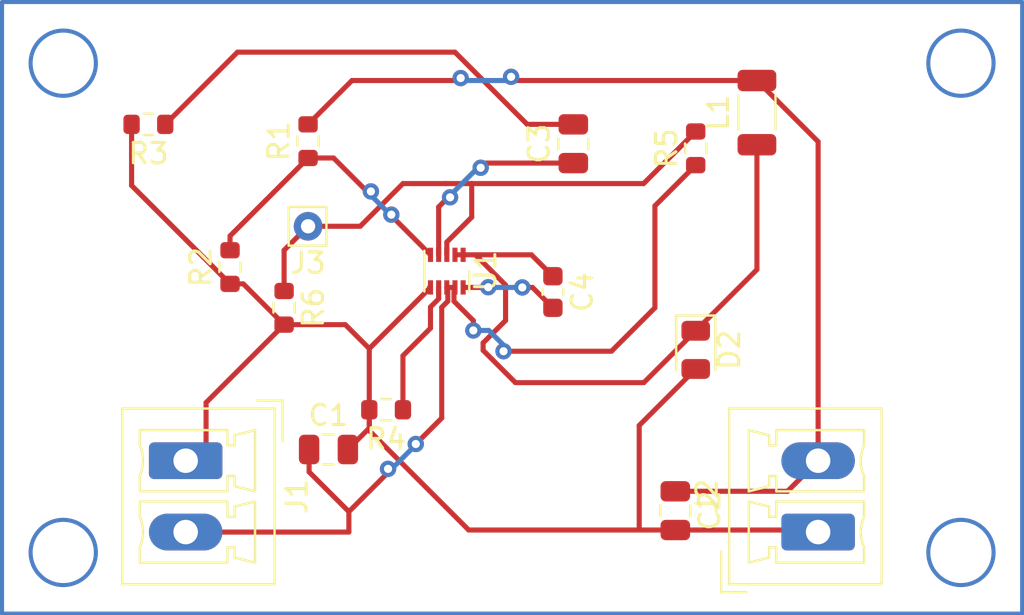
<source format=kicad_pcb>
(kicad_pcb (version 20221018) (generator pcbnew)
  (layers (0 "F.Cu" signal) (31 "B.Cu" signal) (34 "B.Paste" user) (35 "F.Paste" user) (36 "B.SilkS" user "B.Silkscreen") (37 "F.SilkS" user "F.Silkscreen") (38 "B.Mask" user) (39 "F.Mask" user) (44 "Edge.Cuts" user))
  (net 0 "")
  (net 1 "Net-(D2-K)")
  (net 2 "Net-(U1-COMP)")
  (net 3 "Net-(U1-FB)")
  (net 4 "GND")
  (net 5 "Net-(U1-FREQ)")
  (net 6 "Net-(U1-BST)")
  (net 7 "Net-(C3-Pad2)")
  (net 8 "Net-(J3-Pin_1)")
  (net 9 "Net-(J1-Pin_2)")
  (net 10 "Net-(J2-Pin_2)")
  (footprint "Capacitor_SMD:C_0805_2012Metric" (layer "F.Cu") (at 70 38.95 90)
    (fp_text reference "C3" (at 0 -1.68 90) (layer "F.SilkS"))
    (fp_text value "150uf")
    (fp_line (start -0.261252 -0.735) (end 0.261252 -0.735) (stroke (width 0.12)) (layer "F.SilkS"))
    (fp_line (start -0.261252 0.735) (end 0.261252 0.735) (stroke (width 0.12)) (layer "F.SilkS"))
    (pad "1" smd roundrect (at -0.95 0 90) (size 1 1.45) (layers "F.Cu" "F.Paste" "F.Mask") (net 2 "Net-(U1-COMP)"))
    (pad "2" smd roundrect (at 0.95 0 90) (size 1 1.45) (layers "F.Cu" "F.Paste" "F.Mask") (net 7 "Net-(C3-Pad2)"))
  )
  (footprint "Connector_Pin:Pin_D0.7mm_L6.5mm_W1.8mm_FlatFork" (layer "F.Cu") (at 57 43)
    (fp_text reference "J3" (at 0 1.8) (layer "F.SilkS"))
    (fp_text value "Conn_01x01_Pin")
    (fp_line (start -0.95 -0.95) (end -0.95 0.95) (stroke (width 0.12)) (layer "F.SilkS"))
    (fp_line (start -0.95 0.95) (end 0.9 0.95) (stroke (width 0.12)) (layer "F.SilkS"))
    (fp_line (start 0.9 -0.95) (end -0.95 -0.95) (stroke (width 0.12)) (layer "F.SilkS"))
    (fp_line (start 0.9 -0.9) (end 0.9 -0.95) (stroke (width 0.12)) (layer "F.SilkS"))
    (fp_line (start 0.9 0.95) (end 0.9 -0.9) (stroke (width 0.12)) (layer "F.SilkS"))
    (pad "1" thru_hole circle (at 0 0) (size 1.4 1.4) (drill 0.7) (layers "*.Cu" "*.Mask") (net 8 "Net-(J3-Pin_1)"))
  )
  (footprint "Capacitor_SMD:C_0805_2012Metric" (layer "F.Cu") (at 58 53.95)
    (fp_text reference "C1" (at 0 -1.68) (layer "F.SilkS"))
    (fp_text value "10uf")
    (fp_line (start -0.261252 -0.735) (end 0.261252 -0.735) (stroke (width 0.12)) (layer "F.SilkS"))
    (fp_line (start -0.261252 0.735) (end 0.261252 0.735) (stroke (width 0.12)) (layer "F.SilkS"))
    (pad "1" smd roundrect (at -0.95 0) (size 1 1.45) (layers "F.Cu" "F.Paste" "F.Mask") (net 9 "Net-(J1-Pin_2)"))
    (pad "2" smd roundrect (at 0.95 0) (size 1 1.45) (layers "F.Cu" "F.Paste" "F.Mask") (net 4 "GND"))
  )
  (footprint "Capacitor_SMD:C_0805_2012Metric" (layer "F.Cu") (at 75 56.95 -90)
    (fp_text reference "C2" (at 0 -1.68 90) (layer "F.SilkS"))
    (fp_text value "22uf")
    (fp_line (start -0.261252 -0.735) (end 0.261252 -0.735) (stroke (width 0.12)) (layer "F.SilkS"))
    (fp_line (start -0.261252 0.735) (end 0.261252 0.735) (stroke (width 0.12)) (layer "F.SilkS"))
    (pad "1" smd roundrect (at -0.95 0 270) (size 1 1.45) (layers "F.Cu" "F.Paste" "F.Mask") (net 10 "Net-(J2-Pin_2)"))
    (pad "2" smd roundrect (at 0.95 0 270) (size 1 1.45) (layers "F.Cu" "F.Paste" "F.Mask") (net 4 "GND"))
  )
  (footprint "Resistor_SMD:R_0603_1608Metric" (layer "F.Cu") (at 55.825 47 -90)
    (fp_text reference "R6" (at 0 -1.43 90) (layer "F.SilkS"))
    (fp_text value "36,5k ohm")
    (fp_line (start -0.237258 -0.5225) (end 0.237258 -0.5225) (stroke (width 0.12)) (layer "F.SilkS"))
    (fp_line (start -0.237258 0.5225) (end 0.237258 0.5225) (stroke (width 0.12)) (layer "F.SilkS"))
    (pad "1" smd roundrect (at -0.825 0 270) (size 0.8 0.95) (layers "F.Cu" "F.Paste" "F.Mask") (net 8 "Net-(J3-Pin_1)"))
    (pad "2" smd roundrect (at 0.825 0 270) (size 0.8 0.95) (layers "F.Cu" "F.Paste" "F.Mask") (net 4 "GND"))
  )
  (footprint "Connector_Phoenix_MC:PhoenixContact_MCV_1,5_2-G-3.5_1x02_P3.50mm_Vertical" (layer "F.Cu") (at 51 54.5 -90)
    (fp_text reference "J1" (at 1.75 -5.45 90) (layer "F.SilkS"))
    (fp_text value "Conn_01x02")
    (fp_line (start -2.95 -4.75) (end -0.95 -4.75) (stroke (width 0.12)) (layer "F.SilkS"))
    (fp_line (start -2.95 -3.5) (end -2.95 -4.75) (stroke (width 0.12)) (layer "F.SilkS"))
    (fp_line (start -2.56 -4.36) (end -2.56 3.11) (stroke (width 0.12)) (layer "F.SilkS"))
    (fp_line (start -2.56 3.11) (end 6.06 3.11) (stroke (width 0.12)) (layer "F.SilkS"))
    (fp_line (start -1.5 -3.4) (end 1.5 -3.4) (stroke (width 0.12)) (layer "F.SilkS"))
    (fp_line (start -1.5 -2.05) (end -0.75 -2.05) (stroke (width 0.12)) (layer "F.SilkS"))
    (fp_line (start -1.5 2.25) (end -1.5 -2.05) (stroke (width 0.12)) (layer "F.SilkS"))
    (fp_line (start -1.25 -2.4) (end -1.5 -3.4) (stroke (width 0.12)) (layer "F.SilkS"))
    (fp_line (start -0.75 -2.4) (end -1.25 -2.4) (stroke (width 0.12)) (layer "F.SilkS"))
    (fp_line (start -0.75 -2.05) (end -0.75 -2.4) (stroke (width 0.12)) (layer "F.SilkS"))
    (fp_line (start -0.75 2.25) (end -1.5 2.25) (stroke (width 0.12)) (layer "F.SilkS"))
    (fp_line (start 0.75 -2.4) (end 0.75 -2.05) (stroke (width 0.12)) (layer "F.SilkS"))
    (fp_line (start 0.75 -2.05) (end 1.5 -2.05) (stroke (width 0.12)) (layer "F.SilkS"))
    (fp_line (start 1.25 -2.4) (end 0.75 -2.4) (stroke (width 0.12)) (layer "F.SilkS"))
    (fp_line (start 1.5 -3.4) (end 1.25 -2.4) (stroke (width 0.12)) (layer "F.SilkS"))
    (fp_line (start 1.5 -2.05) (end 1.5 2.25) (stroke (width 0.12)) (layer "F.SilkS"))
    (fp_line (start 1.5 2.25) (end 0.75 2.25) (stroke (width 0.12)) (layer "F.SilkS"))
    (fp_line (start 2 -3.4) (end 5 -3.4) (stroke (width 0.12)) (layer "F.SilkS"))
    (fp_line (start 2 -2.05) (end 2.75 -2.05) (stroke (width 0.12)) (layer "F.SilkS"))
    (fp_line (start 2 2.25) (end 2 -2.05) (stroke (width 0.12)) (layer "F.SilkS"))
    (fp_line (start 2.25 -2.4) (end 2 -3.4) (stroke (width 0.12)) (layer "F.SilkS"))
    (fp_line (start 2.75 -2.4) (end 2.25 -2.4) (stroke (width 0.12)) (layer "F.SilkS"))
    (fp_line (start 2.75 -2.05) (end 2.75 -2.4) (stroke (width 0.12)) (layer "F.SilkS"))
    (fp_line (start 2.75 2.25) (end 2 2.25) (stroke (width 0.12)) (layer "F.SilkS"))
    (fp_line (start 4.25 -2.4) (end 4.25 -2.05) (stroke (width 0.12)) (layer "F.SilkS"))
    (fp_line (start 4.25 -2.05) (end 5 -2.05) (stroke (width 0.12)) (layer "F.SilkS"))
    (fp_line (start 4.75 -2.4) (end 4.25 -2.4) (stroke (width 0.12)) (layer "F.SilkS"))
    (fp_line (start 5 -3.4) (end 4.75 -2.4) (stroke (width 0.12)) (layer "F.SilkS"))
    (fp_line (start 5 -2.05) (end 5 2.25) (stroke (width 0.12)) (layer "F.SilkS"))
    (fp_line (start 5 2.25) (end 4.25 2.25) (stroke (width 0.12)) (layer "F.SilkS"))
    (fp_line (start 6.06 -4.36) (end -2.56 -4.36) (stroke (width 0.12)) (layer "F.SilkS"))
    (fp_line (start 6.06 3.11) (end 6.06 -4.36) (stroke (width 0.12)) (layer "F.SilkS"))
    (fp_arc (start -0.75 2.25) (mid -0.000193 2.09191) (end 0.749647 2.249844) (stroke (width 0.12)) (layer "F.SilkS"))
    (fp_arc (start 2.75 2.25) (mid 3.499807 2.09191) (end 4.249647 2.249844) (stroke (width 0.12)) (layer "F.SilkS"))
    (pad "1" thru_hole roundrect (at 0 0 270) (size 1.8 3.6) (drill 1.2) (layers "*.Cu" "*.Mask") (roundrect_rratio 0.138889) (net 4 "GND"))
    (pad "2" thru_hole oval (at 3.5 0 270) (size 1.8 3.6) (drill 1.2) (layers "*.Cu" "*.Mask") (net 9 "Net-(J1-Pin_2)"))
  )
  (footprint "Inductor_SMD:L_1206_3216Metric" (layer "F.Cu") (at 79 37.425 90)
    (fp_text reference "L1" (at 0 -1.9 90) (layer "F.SilkS"))
    (fp_text value "22-33 uH")
    (fp_line (start -0.835242 -0.91) (end 0.835242 -0.91) (stroke (width 0.12)) (layer "F.SilkS"))
    (fp_line (start -0.835242 0.91) (end 0.835242 0.91) (stroke (width 0.12)) (layer "F.SilkS"))
    (pad "1" smd roundrect (at -1.575 0 90) (size 1.05 1.9) (layers "F.Cu" "F.Paste" "F.Mask") (roundrect_rratio 0.238095) (net 1 "Net-(D2-K)"))
    (pad "2" smd roundrect (at 1.575 0 90) (size 1.05 1.9) (layers "F.Cu" "F.Paste" "F.Mask") (roundrect_rratio 0.238095) (net 10 "Net-(J2-Pin_2)"))
  )
  (footprint "Capacitor_SMD:C_0603_1608Metric" (layer "F.Cu") (at 69 46.225 -90)
    (fp_text reference "C4" (at 0 -1.43 90) (layer "F.SilkS"))
    (fp_text value "100nf")
    (fp_line (start -0.14058 -0.51) (end 0.14058 -0.51) (stroke (width 0.12)) (layer "F.SilkS"))
    (fp_line (start -0.14058 0.51) (end 0.14058 0.51) (stroke (width 0.12)) (layer "F.SilkS"))
    (pad "1" smd roundrect (at -0.775 0 270) (size 0.9 0.95) (layers "F.Cu" "F.Paste" "F.Mask") (net 1 "Net-(D2-K)"))
    (pad "2" smd roundrect (at 0.775 0 270) (size 0.9 0.95) (layers "F.Cu" "F.Paste" "F.Mask") (net 6 "Net-(U1-BST)"))
  )
  (footprint "Resistor_SMD:R_0603_1608Metric" (layer "F.Cu") (at 49.175 38 180)
    (fp_text reference "R3" (at 0 -1.43) (layer "F.SilkS"))
    (fp_text value "147 ohm")
    (fp_line (start -0.237258 -0.5225) (end 0.237258 -0.5225) (stroke (width 0.12)) (layer "F.SilkS"))
    (fp_line (start -0.237258 0.5225) (end 0.237258 0.5225) (stroke (width 0.12)) (layer "F.SilkS"))
    (pad "1" smd roundrect (at -0.825 0 180) (size 0.8 0.95) (layers "F.Cu" "F.Paste" "F.Mask") (net 7 "Net-(C3-Pad2)"))
    (pad "2" smd roundrect (at 0.825 0 180) (size 0.8 0.95) (layers "F.Cu" "F.Paste" "F.Mask") (net 4 "GND"))
  )
  (footprint "Diode_SMD:D_0805_2012Metric" (layer "F.Cu") (at 76 49.0625 -90)
    (fp_text reference "D2" (at 0 -1.65 90) (layer "F.SilkS"))
    (fp_text value "D_Schottky")
    (fp_line (start -1.685 -0.96) (end -1.685 0.96) (stroke (width 0.12)) (layer "F.SilkS"))
    (fp_line (start -1.685 0.96) (end 1 0.96) (stroke (width 0.12)) (layer "F.SilkS"))
    (fp_line (start 1 -0.96) (end -1.685 -0.96) (stroke (width 0.12)) (layer "F.SilkS"))
    (pad "1" smd roundrect (at -0.9375 0 270) (size 0.975 1.4) (layers "F.Cu" "F.Paste" "F.Mask") (net 1 "Net-(D2-K)"))
    (pad "2" smd roundrect (at 0.9375 0 270) (size 0.975 1.4) (layers "F.Cu" "F.Paste" "F.Mask") (net 4 "GND"))
  )
  (footprint "Resistor_SMD:R_0603_1608Metric" (layer "F.Cu") (at 57 38.825 90)
    (fp_text reference "R1" (at 0 -1.43 90) (layer "F.SilkS"))
    (fp_text value "49,9k ohm")
    (fp_line (start -0.237258 -0.5225) (end 0.237258 -0.5225) (stroke (width 0.12)) (layer "F.SilkS"))
    (fp_line (start -0.237258 0.5225) (end 0.237258 0.5225) (stroke (width 0.12)) (layer "F.SilkS"))
    (pad "1" smd roundrect (at -0.825 0 90) (size 0.8 0.95) (layers "F.Cu" "F.Paste" "F.Mask") (net 3 "Net-(U1-FB)"))
    (pad "2" smd roundrect (at 0.825 0 90) (size 0.8 0.95) (layers "F.Cu" "F.Paste" "F.Mask") (net 10 "Net-(J2-Pin_2)"))
  )
  (footprint "Resistor_SMD:R_0603_1608Metric" (layer "F.Cu") (at 60.825 52 180)
    (fp_text reference "R4" (at 0 -1.43) (layer "F.SilkS"))
    (fp_text value "200k ohm")
    (fp_line (start -0.237258 -0.5225) (end 0.237258 -0.5225) (stroke (width 0.12)) (layer "F.SilkS"))
    (fp_line (start -0.237258 0.5225) (end 0.237258 0.5225) (stroke (width 0.12)) (layer "F.SilkS"))
    (pad "1" smd roundrect (at -0.825 0 180) (size 0.8 0.95) (layers "F.Cu" "F.Paste" "F.Mask") (net 5 "Net-(U1-FREQ)"))
    (pad "2" smd roundrect (at 0.825 0 180) (size 0.8 0.95) (layers "F.Cu" "F.Paste" "F.Mask") (net 4 "GND"))
  )
  (footprint "Package_DFN_QFN:DFN-10_2x2mm_P0.4mm" (layer "F.Cu") (at 63.8 45.2 -90)
    (fp_text reference "U1" (at 0 -1.9 90) (layer "F.SilkS"))
    (fp_text value "~")
    (fp_line (start 1 -1.1) (end 0 -1.1) (stroke (width 0.12)) (layer "F.SilkS"))
    (fp_line (start 1 1.1) (end -1 1.1) (stroke (width 0.12)) (layer "F.SilkS"))
    (pad "1" smd rect (at -0.8 -0.8 270) (size 0.7 0.25) (layers "F.Cu" "F.Paste" "F.Mask") (net 1 "Net-(D2-K)"))
    (pad "2" smd rect (at -0.8 -0.4 270) (size 0.7 0.25) (layers "F.Cu" "F.Paste" "F.Mask") (net 1 "Net-(D2-K)"))
    (pad "3" smd rect (at -0.8 0 270) (size 0.7 0.25) (layers "F.Cu" "F.Paste" "F.Mask") (net 8 "Net-(J3-Pin_1)"))
    (pad "4" smd rect (at -0.8 0.4 270) (size 0.7 0.25) (layers "F.Cu" "F.Paste" "F.Mask") (net 2 "Net-(U1-COMP)"))
    (pad "5" smd rect (at -0.8 0.8 270) (size 0.7 0.25) (layers "F.Cu" "F.Paste" "F.Mask") (net 3 "Net-(U1-FB)"))
    (pad "6" smd rect (at 0.8 0.8 270) (size 0.7 0.25) (layers "F.Cu" "F.Paste" "F.Mask") (net 4 "GND"))
    (pad "7" smd rect (at 0.8 0.4 270) (size 0.7 0.25) (layers "F.Cu" "F.Paste" "F.Mask") (net 5 "Net-(U1-FREQ)"))
    (pad "8" smd rect (at 0.8 0 270) (size 0.7 0.25) (layers "F.Cu" "F.Paste" "F.Mask") (net 9 "Net-(J1-Pin_2)"))
    (pad "9" smd rect (at 0.8 -0.4 270) (size 0.7 0.25) (layers "F.Cu" "F.Paste" "F.Mask") (net 9 "Net-(J1-Pin_2)"))
    (pad "10" smd rect (at 0.8 -0.8 270) (size 0.7 0.25) (layers "F.Cu" "F.Paste" "F.Mask") (net 6 "Net-(U1-BST)"))
  )
  (footprint "Resistor_SMD:R_0603_1608Metric" (layer "F.Cu") (at 76 39.175 90)
    (fp_text reference "R5" (at 0 -1.43 90) (layer "F.SilkS"))
    (fp_text value "100k ohm")
    (fp_line (start -0.237258 -0.5225) (end 0.237258 -0.5225) (stroke (width 0.12)) (layer "F.SilkS"))
    (fp_line (start -0.237258 0.5225) (end 0.237258 0.5225) (stroke (width 0.12)) (layer "F.SilkS"))
    (pad "1" smd roundrect (at -0.825 0 90) (size 0.8 0.95) (layers "F.Cu" "F.Paste" "F.Mask") (net 9 "Net-(J1-Pin_2)"))
    (pad "2" smd roundrect (at 0.825 0 90) (size 0.8 0.95) (layers "F.Cu" "F.Paste" "F.Mask") (net 8 "Net-(J3-Pin_1)"))
  )
  (footprint "Connector_Phoenix_MC:PhoenixContact_MCV_1,5_2-G-3.5_1x02_P3.50mm_Vertical" (layer "F.Cu") (at 82 58 90)
    (fp_text reference "J2" (at 1.75 -5.45 90) (layer "F.SilkS"))
    (fp_text value "Conn_01x02")
    (fp_line (start -2.95 -4.75) (end -0.95 -4.75) (stroke (width 0.12)) (layer "F.SilkS"))
    (fp_line (start -2.95 -3.5) (end -2.95 -4.75) (stroke (width 0.12)) (layer "F.SilkS"))
    (fp_line (start -2.56 -4.36) (end -2.56 3.11) (stroke (width 0.12)) (layer "F.SilkS"))
    (fp_line (start -2.56 3.11) (end 6.06 3.11) (stroke (width 0.12)) (layer "F.SilkS"))
    (fp_line (start -1.5 -3.4) (end 1.5 -3.4) (stroke (width 0.12)) (layer "F.SilkS"))
    (fp_line (start -1.5 -2.05) (end -0.75 -2.05) (stroke (width 0.12)) (layer "F.SilkS"))
    (fp_line (start -1.5 2.25) (end -1.5 -2.05) (stroke (width 0.12)) (layer "F.SilkS"))
    (fp_line (start -1.25 -2.4) (end -1.5 -3.4) (stroke (width 0.12)) (layer "F.SilkS"))
    (fp_line (start -0.75 -2.4) (end -1.25 -2.4) (stroke (width 0.12)) (layer "F.SilkS"))
    (fp_line (start -0.75 -2.05) (end -0.75 -2.4) (stroke (width 0.12)) (layer "F.SilkS"))
    (fp_line (start -0.75 2.25) (end -1.5 2.25) (stroke (width 0.12)) (layer "F.SilkS"))
    (fp_line (start 0.75 -2.4) (end 0.75 -2.05) (stroke (width 0.12)) (layer "F.SilkS"))
    (fp_line (start 0.75 -2.05) (end 1.5 -2.05) (stroke (width 0.12)) (layer "F.SilkS"))
    (fp_line (start 1.25 -2.4) (end 0.75 -2.4) (stroke (width 0.12)) (layer "F.SilkS"))
    (fp_line (start 1.5 -3.4) (end 1.25 -2.4) (stroke (width 0.12)) (layer "F.SilkS"))
    (fp_line (start 1.5 -2.05) (end 1.5 2.25) (stroke (width 0.12)) (layer "F.SilkS"))
    (fp_line (start 1.5 2.25) (end 0.75 2.25) (stroke (width 0.12)) (layer "F.SilkS"))
    (fp_line (start 2 -3.4) (end 5 -3.4) (stroke (width 0.12)) (layer "F.SilkS"))
    (fp_line (start 2 -2.05) (end 2.75 -2.05) (stroke (width 0.12)) (layer "F.SilkS"))
    (fp_line (start 2 2.25) (end 2 -2.05) (stroke (width 0.12)) (layer "F.SilkS"))
    (fp_line (start 2.25 -2.4) (end 2 -3.4) (stroke (width 0.12)) (layer "F.SilkS"))
    (fp_line (start 2.75 -2.4) (end 2.25 -2.4) (stroke (width 0.12)) (layer "F.SilkS"))
    (fp_line (start 2.75 -2.05) (end 2.75 -2.4) (stroke (width 0.12)) (layer "F.SilkS"))
    (fp_line (start 2.75 2.25) (end 2 2.25) (stroke (width 0.12)) (layer "F.SilkS"))
    (fp_line (start 4.25 -2.4) (end 4.25 -2.05) (stroke (width 0.12)) (layer "F.SilkS"))
    (fp_line (start 4.25 -2.05) (end 5 -2.05) (stroke (width 0.12)) (layer "F.SilkS"))
    (fp_line (start 4.75 -2.4) (end 4.25 -2.4) (stroke (width 0.12)) (layer "F.SilkS"))
    (fp_line (start 5 -3.4) (end 4.75 -2.4) (stroke (width 0.12)) (layer "F.SilkS"))
    (fp_line (start 5 -2.05) (end 5 2.25) (stroke (width 0.12)) (layer "F.SilkS"))
    (fp_line (start 5 2.25) (end 4.25 2.25) (stroke (width 0.12)) (layer "F.SilkS"))
    (fp_line (start 6.06 -4.36) (end -2.56 -4.36) (stroke (width 0.12)) (layer "F.SilkS"))
    (fp_line (start 6.06 3.11) (end 6.06 -4.36) (stroke (width 0.12)) (layer "F.SilkS"))
    (fp_arc (start -0.75 2.25) (mid -0.000193 2.09191) (end 0.749647 2.249844) (stroke (width 0.12)) (layer "F.SilkS"))
    (fp_arc (start 2.75 2.25) (mid 3.499807 2.09191) (end 4.249647 2.249844) (stroke (width 0.12)) (layer "F.SilkS"))
    (pad "1" thru_hole roundrect (at 0 0 90) (size 1.8 3.6) (drill 1.2) (layers "*.Cu" "*.Mask") (roundrect_rratio 0.138889) (net 4 "GND"))
    (pad "2" thru_hole oval (at 3.5 0 90) (size 1.8 3.6) (drill 1.2) (layers "*.Cu" "*.Mask") (net 10 "Net-(J2-Pin_2)"))
  )
  (footprint "Resistor_SMD:R_0603_1608Metric" (layer "F.Cu") (at 53.175 45 90)
    (fp_text reference "R2" (at 0 -1.43 90) (layer "F.SilkS"))
    (fp_text value "40,2k ohm")
    (fp_line (start -0.237258 -0.5225) (end 0.237258 -0.5225) (stroke (width 0.12)) (layer "F.SilkS"))
    (fp_line (start -0.237258 0.5225) (end 0.237258 0.5225) (stroke (width 0.12)) (layer "F.SilkS"))
    (pad "1" smd roundrect (at -0.825 0 90) (size 0.8 0.95) (layers "F.Cu" "F.Paste" "F.Mask") (net 4 "GND"))
    (pad "2" smd roundrect (at 0.825 0 90) (size 0.8 0.95) (layers "F.Cu" "F.Paste" "F.Mask") (net 3 "Net-(U1-FB)"))
  )
  (gr_circle (center 45 59) (end 46.6 59) (stroke (width 0.2)) (fill none) (layer "B.Cu"))
  (gr_circle (center 89 35) (end 90.6 35) (stroke (width 0.2)) (fill none) (layer "B.Cu"))
  (gr_circle (center 45 35) (end 46.6 35) (stroke (width 0.2)) (fill none) (layer "B.Cu"))
  (gr_line (start 92 32) (end 92 62) (stroke (width 0.2)) (layer "B.Cu"))
  (gr_line (start 42 32) (end 92 32) (stroke (width 0.2)) (layer "B.Cu"))
  (gr_line (start 42 62) (end 42 32) (stroke (width 0.2)) (layer "B.Cu"))
  (gr_circle (center 89 59) (end 90.6 59) (stroke (width 0.2)) (fill none) (layer "B.Cu"))
  (gr_line (start 92 62) (end 42 62) (stroke (width 0.2)) (layer "B.Cu"))
  (segment (start 65.58 49.084595) (end 65.58 48.72) (width 0.25) (layer "F.Cu") (net 1))
  (segment (start 66.68 47.62) (end 65.58 48.72) (width 0.25) (layer "F.Cu") (net 1))
  (segment (start 64.6 44.4) (end 64.25 44.4) (width 0.25) (layer "F.Cu") (net 1))
  (segment (start 73.455 50.67) (end 76 48.125) (width 0.25) (layer "F.Cu") (net 1))
  (segment (start 66.68 45.88) (end 66.68 47.62) (width 0.25) (layer "F.Cu") (net 1))
  (segment (start 79 45.125) (end 79 39) (width 0.25) (layer "F.Cu") (net 1))
  (segment (start 65.2 44.4) (end 66.235 45.435) (width 0.25) (layer "F.Cu") (net 1))
  (segment (start 67.165405 50.67) (end 65.58 49.084595) (width 0.25) (layer "F.Cu") (net 1))
  (segment (start 67.95 44.4) (end 65.2 44.4) (width 0.25) (layer "F.Cu") (net 1))
  (segment (start 69 45.45) (end 67.95 44.4) (width 0.25) (layer "F.Cu") (net 1))
  (segment (start 73.455 50.67) (end 67.165405 50.67) (width 0.25) (layer "F.Cu") (net 1))
  (segment (start 76 48.125) (end 79 45.125) (width 0.25) (layer "F.Cu") (net 1))
  (segment (start 66.235 45.435) (end 66.68 45.88) (width 0.25) (layer "F.Cu") (net 1))
  (segment (start 64.6 44.4) (end 65.2 44.4) (width 0.25) (layer "F.Cu") (net 1))
  (segment (start 65.46 40.13) (end 65.32 40.13) (width 0.25) (layer "F.Cu") (net 2))
  (segment (start 65.46 39.99) (end 65.46 40.13) (width 0.25) (layer "F.Cu") (net 2))
  (segment (start 65.55 39.9) (end 65.46 39.99) (width 0.25) (layer "F.Cu") (net 2))
  (segment (start 63.4 42.05) (end 63.4 44.4) (width 0.25) (layer "F.Cu") (net 2))
  (segment (start 70 39.9) (end 65.55 39.9) (width 0.25) (layer "F.Cu") (net 2))
  (segment (start 63.96 41.49) (end 63.96 41.58) (width 0.25) (layer "F.Cu") (net 2))
  (segment (start 63.87 41.58) (end 63.4 42.05) (width 0.25) (layer "F.Cu") (net 2))
  (segment (start 63.96 41.58) (end 63.87 41.58) (width 0.25) (layer "F.Cu") (net 2))
  (via (at 63.96 41.58) (size 0.8) (drill 0.4) (layers "F.Cu" "B.Cu") (net 2))
  (via (at 65.46 40.13) (size 0.8) (drill 0.4) (layers "F.Cu" "B.Cu") (net 2))
  (segment (start 65.32 40.13) (end 63.96 41.49) (width 0.25) (layer "B.Cu") (net 2))
  (segment (start 60.08 41.48) (end 60.08 41.29) (width 0.25) (layer "F.Cu") (net 3))
  (segment (start 58.25 39.65) (end 57 39.65) (width 0.25) (layer "F.Cu") (net 3))
  (segment (start 60.08 41.29) (end 59.89 41.29) (width 0.25) (layer "F.Cu") (net 3))
  (segment (start 61.08 42.43) (end 61.03 42.43) (width 0.25) (layer "F.Cu") (net 3))
  (segment (start 53.175 44.175) (end 53.175 43.475) (width 0.25) (layer "F.Cu") (net 3))
  (segment (start 59.89 41.29) (end 58.25 39.65) (width 0.25) (layer "F.Cu") (net 3))
  (segment (start 61.08 42.48) (end 61.08 42.43) (width 0.25) (layer "F.Cu") (net 3))
  (segment (start 63 44.4) (end 61.08 42.48) (width 0.25) (layer "F.Cu") (net 3))
  (segment (start 53.175 43.475) (end 57 39.65) (width 0.25) (layer "F.Cu") (net 3))
  (via (at 61.08 42.43) (size 0.8) (drill 0.4) (layers "F.Cu" "B.Cu") (net 3))
  (via (at 60.08 41.29) (size 0.8) (drill 0.4) (layers "F.Cu" "B.Cu") (net 3))
  (segment (start 61.03 42.43) (end 60.08 41.48) (width 0.25) (layer "B.Cu") (net 3))
  (segment (start 71 57.9) (end 73.23 57.9) (width 0.25) (layer "F.Cu") (net 4))
  (segment (start 64.874595 57.9) (end 60 53.025405) (width 0.25) (layer "F.Cu") (net 4))
  (segment (start 73.23 52.77) (end 73.23 57.9) (width 0.25) (layer "F.Cu") (net 4))
  (segment (start 60 52.9) (end 58.95 53.95) (width 0.25) (layer "F.Cu") (net 4))
  (segment (start 81.9 57.9) (end 82 58) (width 0.25) (layer "F.Cu") (net 4))
  (segment (start 60 49) (end 62.95 46.05) (width 0.25) (layer "F.Cu") (net 4))
  (segment (start 60 52) (end 60 52.9) (width 0.25) (layer "F.Cu") (net 4))
  (segment (start 55.825 47.825) (end 52 51.65) (width 0.25) (layer "F.Cu") (net 4))
  (segment (start 60 53.025405) (end 60 52) (width 0.25) (layer "F.Cu") (net 4))
  (segment (start 60 52) (end 60 49) (width 0.25) (layer "F.Cu") (net 4))
  (segment (start 60 49) (end 58.825 47.825) (width 0.25) (layer "F.Cu") (net 4))
  (segment (start 73.23 57.9) (end 75 57.9) (width 0.25) (layer "F.Cu") (net 4))
  (segment (start 48.35 41) (end 48.35 38) (width 0.25) (layer "F.Cu") (net 4))
  (segment (start 53.175 45.825) (end 48.35 41) (width 0.25) (layer "F.Cu") (net 4))
  (segment (start 62.95 46.05) (end 62.95 46) (width 0.25) (layer "F.Cu") (net 4))
  (segment (start 76 50) (end 73.23 52.77) (width 0.25) (layer "F.Cu") (net 4))
  (segment (start 58.825 47.825) (end 55.825 47.825) (width 0.25) (layer "F.Cu") (net 4))
  (segment (start 53.825 45.825) (end 55.825 47.825) (width 0.25) (layer "F.Cu") (net 4))
  (segment (start 53.175 45.825) (end 53.825 45.825) (width 0.25) (layer "F.Cu") (net 4))
  (segment (start 71 57.9) (end 64.874595 57.9) (width 0.25) (layer "F.Cu") (net 4))
  (segment (start 52 51.65) (end 52 54.5) (width 0.25) (layer "F.Cu") (net 4))
  (segment (start 75 57.9) (end 81.9 57.9) (width 0.25) (layer "F.Cu") (net 4))
  (segment (start 61.65 49.35) (end 63 48) (width 0.25) (layer "F.Cu") (net 5))
  (segment (start 63.4 46.559314) (end 63 46.959314) (width 0.25) (layer "F.Cu") (net 5))
  (segment (start 61.65 52) (end 61.65 49.35) (width 0.25) (layer "F.Cu") (net 5))
  (segment (start 63 46.959314) (end 63 47.23) (width 0.25) (layer "F.Cu") (net 5))
  (segment (start 63.4 46) (end 63.4 46.559314) (width 0.25) (layer "F.Cu") (net 5))
  (segment (start 63 48) (end 63 47.23) (width 0.25) (layer "F.Cu") (net 5))
  (segment (start 65.84 46) (end 65.83 45.99) (width 0.25) (layer "F.Cu") (net 6))
  (segment (start 68 46) (end 67.5 46) (width 0.25) (layer "F.Cu") (net 6))
  (segment (start 69 47) (end 68 46) (width 0.25) (layer "F.Cu") (net 6))
  (segment (start 65.82 46) (end 64.65 46) (width 0.25) (layer "F.Cu") (net 6))
  (segment (start 65.83 45.99) (end 65.82 46) (width 0.25) (layer "F.Cu") (net 6))
  (via (at 67.5 46) (size 0.8) (drill 0.4) (layers "F.Cu" "B.Cu") (net 6))
  (via (at 65.83 45.99) (size 0.8) (drill 0.4) (layers "F.Cu" "B.Cu") (net 6))
  (segment (start 67.5 46) (end 65.84 46) (width 0.25) (layer "B.Cu") (net 6))
  (segment (start 53.54 34.46) (end 50 38) (width 0.25) (layer "F.Cu") (net 7))
  (segment (start 64.2 34.46) (end 53.54 34.46) (width 0.25) (layer "F.Cu") (net 7))
  (segment (start 67.74 38) (end 64.2 34.46) (width 0.25) (layer "F.Cu") (net 7))
  (segment (start 70 38) (end 67.74 38) (width 0.25) (layer "F.Cu") (net 7))
  (segment (start 73.445 40.905) (end 65.02 40.905) (width 0.25) (layer "F.Cu") (net 8))
  (segment (start 59.555405 43) (end 61.650405 40.905) (width 0.25) (layer "F.Cu") (net 8))
  (segment (start 63.8 43.775) (end 63.8 44.4) (width 0.25) (layer "F.Cu") (net 8))
  (segment (start 65.02 40.905) (end 63.74 40.905) (width 0.25) (layer "F.Cu") (net 8))
  (segment (start 65.02 40.905) (end 65.02 42.555) (width 0.25) (layer "F.Cu") (net 8))
  (segment (start 76 38.35) (end 73.445 40.905) (width 0.25) (layer "F.Cu") (net 8))
  (segment (start 55.825 44.175) (end 55.825 46.175) (width 0.25) (layer "F.Cu") (net 8))
  (segment (start 65.02 42.555) (end 63.8 43.775) (width 0.25) (layer "F.Cu") (net 8))
  (segment (start 61.650405 40.905) (end 63.74 40.905) (width 0.25) (layer "F.Cu") (net 8))
  (segment (start 57 43) (end 55.825 44.175) (width 0.25) (layer "F.Cu") (net 8))
  (segment (start 57 43) (end 59.555405 43) (width 0.25) (layer "F.Cu") (net 8))
  (segment (start 76 38.35) (end 75.65 38.35) (width 0.25) (layer "F.Cu") (net 8))
  (segment (start 59 58) (end 59 57) (width 0.25) (layer "F.Cu") (net 9))
  (segment (start 60.92 55.08) (end 60.92 54.9) (width 0.25) (layer "F.Cu") (net 9))
  (segment (start 57.05 53.95) (end 57.05 55.05) (width 0.25) (layer "F.Cu") (net 9))
  (segment (start 62.28 53.72) (end 62.28 53.68) (width 0.25) (layer "F.Cu") (net 9))
  (segment (start 71.87 49.13) (end 66.58 49.13) (width 0.25) (layer "F.Cu") (net 9))
  (segment (start 62.28 53.68) (end 62.32 53.68) (width 0.25) (layer "F.Cu") (net 9))
  (segment (start 51 58) (end 59 58) (width 0.25) (layer "F.Cu") (net 9))
  (segment (start 63.55 46.975) (end 63.55 52.41) (width 0.25) (layer "F.Cu") (net 9))
  (segment (start 74 42) (end 74 47) (width 0.25) (layer "F.Cu") (net 9))
  (segment (start 63.85 46) (end 63.85 46.675) (width 0.25) (layer "F.Cu") (net 9))
  (segment (start 57.05 55.05) (end 59 57) (width 0.25) (layer "F.Cu") (net 9))
  (segment (start 64.15 46.675) (end 64.15 46) (width 0.25) (layer "F.Cu") (net 9))
  (segment (start 63.85 46.675) (end 63.55 46.975) (width 0.25) (layer "F.Cu") (net 9))
  (segment (start 65.1 47.625) (end 64.15 46.675) (width 0.25) (layer "F.Cu") (net 9))
  (segment (start 65.1 48.11) (end 65.1 47.625) (width 0.25) (layer "F.Cu") (net 9))
  (segment (start 74 47) (end 71.87 49.13) (width 0.25) (layer "F.Cu") (net 9))
  (segment (start 59 57) (end 60.92 55.08) (width 0.25) (layer "F.Cu") (net 9))
  (segment (start 63.55 52.41) (end 62.28 53.68) (width 0.25) (layer "F.Cu") (net 9))
  (segment (start 60.92 54.9) (end 61.1 54.9) (width 0.25) (layer "F.Cu") (net 9))
  (segment (start 64.2 46) (end 63.8 46) (width 0.25) (layer "F.Cu") (net 9))
  (segment (start 76 40) (end 74 42) (width 0.25) (layer "F.Cu") (net 9))
  (via (at 65.1 48.11) (size 0.8) (drill 0.4) (layers "F.Cu" "B.Cu") (net 9))
  (via (at 62.28 53.68) (size 0.8) (drill 0.4) (layers "F.Cu" "B.Cu") (net 9))
  (via (at 60.92 54.9) (size 0.8) (drill 0.4) (layers "F.Cu" "B.Cu") (net 9))
  (via (at 66.58 49.13) (size 0.8) (drill 0.4) (layers "F.Cu" "B.Cu") (net 9))
  (segment (start 61.1 54.9) (end 62.28 53.72) (width 0.25) (layer "B.Cu") (net 9))
  (segment (start 66.58 48.83) (end 66.58 49.13) (width 0.25) (layer "B.Cu") (net 9))
  (segment (start 65.1 48.11) (end 65.86 48.11) (width 0.25) (layer "B.Cu") (net 9))
  (segment (start 65.86 48.11) (end 66.58 48.83) (width 0.25) (layer "B.Cu") (net 9))
  (segment (start 79 35.85) (end 82 38.85) (width 0.25) (layer "F.Cu") (net 10))
  (segment (start 80.5 56) (end 82 54.5) (width 0.25) (layer "F.Cu") (net 10))
  (segment (start 64.48 35.73) (end 64.36 35.85) (width 0.25) (layer "F.Cu") (net 10))
  (segment (start 64.6 35.85) (end 64.48 35.73) (width 0.25) (layer "F.Cu") (net 10))
  (segment (start 82 38.85) (end 82 54.5) (width 0.25) (layer "F.Cu") (net 10))
  (segment (start 75 56) (end 80.5 56) (width 0.25) (layer "F.Cu") (net 10))
  (segment (start 59.15 35.85) (end 57 38) (width 0.25) (layer "F.Cu") (net 10))
  (segment (start 64.36 35.85) (end 59.15 35.85) (width 0.25) (layer "F.Cu") (net 10))
  (segment (start 79 35.85) (end 67.13 35.85) (width 0.25) (layer "F.Cu") (net 10))
  (segment (start 67.13 35.85) (end 66.95 35.67) (width 0.25) (layer "F.Cu") (net 10))
  (segment (start 66.95 35.67) (end 66.77 35.85) (width 0.25) (layer "F.Cu") (net 10))
  (via (at 64.48 35.73) (size 0.8) (drill 0.4) (layers "F.Cu" "B.Cu") (net 10))
  (via (at 66.95 35.67) (size 0.8) (drill 0.4) (layers "F.Cu" "B.Cu") (net 10))
  (segment (start 66.77 35.85) (end 64.6 35.85) (width 0.25) (layer "B.Cu") (net 10))
)
</source>
